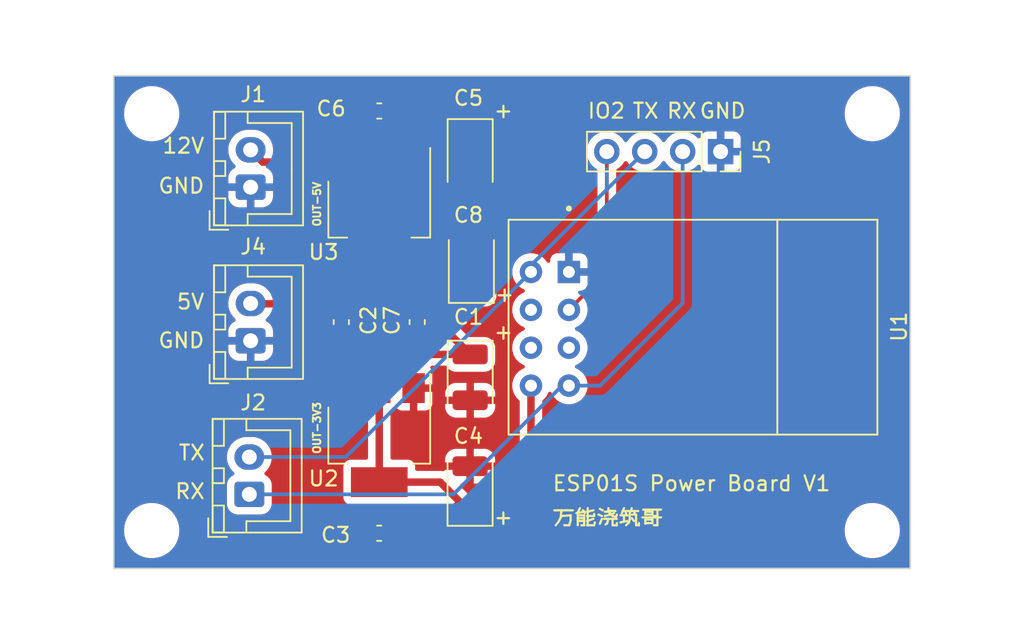
<source format=kicad_pcb>
(kicad_pcb (version 20240108) (generator "pcbnew") (generator_version "8.0")
  (layers (0 "F.Cu" signal) (31 "B.Cu" signal) (34 "B.Paste" user) (35 "F.Paste" user) (36 "B.SilkS" user "B.Silkscreen") (37 "F.SilkS" user "F.Silkscreen") (38 "B.Mask" user) (39 "F.Mask" user) (44 "Edge.Cuts" user))
  (net 0 "")
  (net 1 "GND")
  (net 2 "TX")
  (net 3 "GPIO2")
  (net 5 "RX")
  (net 8 "+12V")
  (net 9 "+3V3")
  (net 10 "+5V")
  (footprint "Package_TO_SOT_SMD:SOT-223-3_TabPin2" (layer "F.Cu") (at 66.04 72.344935 -90)
    (property "Reference" "U2" (at 2.913508 3.728736 180) (layer "F.SilkS"))
    (property "Value" "AMS1117-3.3")
    (fp_line (start -1.85 3.41) (end 1.91 3.41) (stroke (width 0.12)) (layer "F.SilkS"))
    (fp_line (start 1.91 3.41) (end 1.91 2.15) (stroke (width 0.12)) (layer "F.SilkS"))
    (fp_line (start -4.1 -3.41) (end 1.91 -3.41) (stroke (width 0.12)) (layer "F.SilkS"))
    (fp_line (start 1.91 -3.41) (end 1.91 -2.15) (stroke (width 0.12)) (layer "F.SilkS"))
    (pad "1" smd rect (at -3.15 -2.3 270) (size 2 1.5) (layers "F.Cu" "F.Paste" "F.Mask") (net 1 "GND"))
    (pad "2" smd rect (at -3.15 0 270) (size 2 1.5) (layers "F.Cu" "F.Paste" "F.Mask") (net 9 "+3V3"))
    (pad "2" smd rect (at 3.15 0 270) (size 2 3.8) (layers "F.Cu" "F.Paste" "F.Mask") (net 9 "+3V3"))
    (pad "3" smd rect (at -3.15 2.3 270) (size 2 1.5) (layers "F.Cu" "F.Paste" "F.Mask") (net 10 "+5V"))
  )
  (footprint "Package_TO_SOT_SMD:SOT-223-3_TabPin2" (layer "F.Cu") (at 66.04 57.195063 -90)
    (property "Reference" "U3" (at 2.883481 3.728736 180) (layer "F.SilkS"))
    (property "Value" "AMS1117-5.0")
    (fp_line (start -1.85 3.41) (end 1.91 3.41) (stroke (width 0.12)) (layer "F.SilkS"))
    (fp_line (start 1.91 3.41) (end 1.91 2.15) (stroke (width 0.12)) (layer "F.SilkS"))
    (fp_line (start -4.1 -3.41) (end 1.91 -3.41) (stroke (width 0.12)) (layer "F.SilkS"))
    (fp_line (start 1.91 -3.41) (end 1.91 -2.15) (stroke (width 0.12)) (layer "F.SilkS"))
    (pad "1" smd rect (at -3.15 -2.3 270) (size 2 1.5) (layers "F.Cu" "F.Paste" "F.Mask") (net 1 "GND"))
    (pad "2" smd rect (at -3.15 0 270) (size 2 1.5) (layers "F.Cu" "F.Paste" "F.Mask") (net 10 "+5V"))
    (pad "2" smd rect (at 3.15 0 270) (size 2 3.8) (layers "F.Cu" "F.Paste" "F.Mask") (net 10 "+5V"))
    (pad "3" smd rect (at -3.15 2.3 270) (size 2 1.5) (layers "F.Cu" "F.Paste" "F.Mask") (net 8 "+12V"))
  )
  (footprint "MountingHole:MountingHole_3.2mm_M3" (layer "F.Cu") (at 99.06 50.8)
    (property "Reference" "H4" (hide yes))
    (property "Value" "MountingHole")
    (pad "" np_thru_hole circle (at 0 0) (size 3.2 3.2) (drill 3.2) (layers "*.Cu" "*.Mask"))
  )
  (footprint "Connector_PinSocket_2.54mm:PinSocket_1x04_P2.54mm_Vertical" (layer "F.Cu") (at 88.9 53.34 -90)
    (property "Reference" "J5" (at 0 -2.77 90) (layer "F.SilkS"))
    (property "Value" "Conn_01x04_Socket")
    (fp_line (start -1.33 8.95) (end 1.33 8.95) (stroke (width 0.12)) (layer "F.SilkS"))
    (fp_line (start -1.33 1.27) (end -1.33 8.95) (stroke (width 0.12)) (layer "F.SilkS"))
    (fp_line (start -1.33 1.27) (end 1.33 1.27) (stroke (width 0.12)) (layer "F.SilkS"))
    (fp_line (start 1.33 1.27) (end 1.33 8.95) (stroke (width 0.12)) (layer "F.SilkS"))
    (fp_line (start 0 -1.33) (end 1.33 -1.33) (stroke (width 0.12)) (layer "F.SilkS"))
    (fp_line (start 1.33 -1.33) (end 1.33 0) (stroke (width 0.12)) (layer "F.SilkS"))
    (pad "1" thru_hole rect (at 0 0 270) (size 1.7 1.7) (drill 1) (layers "*.Cu" "*.Mask") (net 1 "GND"))
    (pad "2" thru_hole oval (at 0 2.54 270) (size 1.7 1.7) (drill 1) (layers "*.Cu" "*.Mask") (net 5 "RX"))
    (pad "3" thru_hole oval (at 0 5.08 270) (size 1.7 1.7) (drill 1) (layers "*.Cu" "*.Mask") (net 2 "TX"))
    (pad "4" thru_hole oval (at 0 7.62 270) (size 1.7 1.7) (drill 1) (layers "*.Cu" "*.Mask") (net 3 "GPIO2"))
  )
  (footprint "ESP8266-01_ESP-01:XCVR_ESP8266-01_ESP-01" (layer "F.Cu") (at 87.05 65.2175 -90)
    (property "Reference" "U1" (at -0.134528 -13.80341 90) (layer "F.SilkS"))
    (property "Value" "ESP8266-01/ESP-01")
    (fp_line (start -7.31 12.35) (end -7.31 -5.65) (stroke (width 0.127)) (layer "F.SilkS"))
    (fp_line (start 7.09 12.35) (end -7.31 12.35) (stroke (width 0.127)) (layer "F.SilkS"))
    (fp_line (start -7.31 -5.65) (end -7.31 -12.35) (stroke (width 0.127)) (layer "F.SilkS"))
    (fp_line (start 7.09 -5.65) (end 7.09 12.35) (stroke (width 0.127)) (layer "F.SilkS"))
    (fp_line (start 7.09 -5.65) (end -7.31 -5.65) (stroke (width 0.127)) (layer "F.SilkS"))
    (fp_line (start -7.31 -12.35) (end 7.09 -12.35) (stroke (width 0.127)) (layer "F.SilkS"))
    (fp_line (start 7.09 -12.35) (end 7.09 -5.65) (stroke (width 0.127)) (layer "F.SilkS"))
    (fp_circle (center -8.06 8.31) (end -7.96 8.31) (stroke (width 0.2)) (fill none) (layer "F.SilkS"))
    (pad "1" thru_hole rect (at -3.81 8.31 270) (size 1.5 1.5) (drill 0.8) (layers "*.Cu" "*.Mask") (net 1 "GND"))
    (pad "2" thru_hole circle (at -1.27 8.31 270) (size 1.5 1.5) (drill 0.8) (layers "*.Cu" "*.Mask") (net 3 "GPIO2"))
    (pad "3" thru_hole circle (at 1.27 8.31 270) (size 1.5 1.5) (drill 0.8) (layers "*.Cu" "*.Mask"))
    (pad "4" thru_hole circle (at 3.81 8.31 270) (size 1.5 1.5) (drill 0.8) (layers "*.Cu" "*.Mask") (net 5 "RX"))
    (pad "5" thru_hole circle (at -3.81 10.85 270) (size 1.5 1.5) (drill 0.8) (layers "*.Cu" "*.Mask") (net 2 "TX"))
    (pad "6" thru_hole circle (at -1.27 10.85 270) (size 1.5 1.5) (drill 0.8) (layers "*.Cu" "*.Mask"))
    (pad "7" thru_hole circle (at 1.27 10.85 270) (size 1.5 1.5) (drill 0.8) (layers "*.Cu" "*.Mask"))
    (pad "8" thru_hole circle (at 3.81 10.85 270) (size 1.5 1.5) (drill 0.8) (layers "*.Cu" "*.Mask") (net 9 "+3V3"))
    (zone (net 0) (net_name "") (layer "F.Cu") (connect_pads (clearance 0)) (min_thickness 0.01)
      (keepout (tracks not_allowed) (vias not_allowed) (pads not_allowed) (copperpour not_allowed) (footprints allowed))
      (fill (thermal_gap 0.508) (thermal_bridge_width 0.508))
      (polygon (pts (xy 99.4 57.9075) (xy 99.4 72.3075) (xy 92.7 72.3075) (xy 92.7 57.9075)))
    )
  )
  (footprint "Capacitor_SMD:C_0603_1608Metric" (layer "F.Cu") (at 63.5 64.769999 90)
    (property "Reference" "C2" (at 0.107435 1.817193 90) (layer "F.SilkS"))
    (property "Value" "100nF")
    (fp_line (start -0.14058 -0.51) (end 0.14058 -0.51) (stroke (width 0.12)) (layer "F.SilkS"))
    (fp_line (start -0.14058 0.51) (end 0.14058 0.51) (stroke (width 0.12)) (layer "F.SilkS"))
    (pad "1" smd roundrect (at -0.775 0 90) (size 0.9 0.95) (layers "F.Cu" "F.Paste" "F.Mask") (net 10 "+5V"))
    (pad "2" smd roundrect (at 0.775 0 90) (size 0.9 0.95) (layers "F.Cu" "F.Paste" "F.Mask") (net 1 "GND"))
  )
  (footprint "Connector_JST:JST_XH_B2B-XH-A_1x02_P2.50mm_Vertical" (layer "F.Cu") (at 57.426115 66.02 90)
    (property "Reference" "J4" (at 6.297753 0.170319 180) (layer "F.SilkS"))
    (property "Value" "Conn_01x02")
    (fp_line (start -1.6 -2.75) (end -2.85 -2.75) (stroke (width 0.12)) (layer "F.SilkS"))
    (fp_line (start -2.85 -2.75) (end -2.85 -1.5) (stroke (width 0.12)) (layer "F.SilkS"))
    (fp_line (start 5.06 -2.46) (end -2.56 -2.46) (stroke (width 0.12)) (layer "F.SilkS"))
    (fp_line (start -2.56 -2.46) (end -2.56 3.51) (stroke (width 0.12)) (layer "F.SilkS"))
    (fp_line (start 5.05 -2.45) (end 3.25 -2.45) (stroke (width 0.12)) (layer "F.SilkS"))
    (fp_line (start 3.25 -2.45) (end 3.25 -1.7) (stroke (width 0.12)) (layer "F.SilkS"))
    (fp_line (start 1.75 -2.45) (end 0.75 -2.45) (stroke (width 0.12)) (layer "F.SilkS"))
    (fp_line (start 0.75 -2.45) (end 0.75 -1.7) (stroke (width 0.12)) (layer "F.SilkS"))
    (fp_line (start -0.75 -2.45) (end -2.55 -2.45) (stroke (width 0.12)) (layer "F.SilkS"))
    (fp_line (start -2.55 -2.45) (end -2.55 -1.7) (stroke (width 0.12)) (layer "F.SilkS"))
    (fp_line (start 5.05 -1.7) (end 5.05 -2.45) (stroke (width 0.12)) (layer "F.SilkS"))
    (fp_line (start 3.25 -1.7) (end 5.05 -1.7) (stroke (width 0.12)) (layer "F.SilkS"))
    (fp_line (start 1.75 -1.7) (end 1.75 -2.45) (stroke (width 0.12)) (layer "F.SilkS"))
    (fp_line (start 0.75 -1.7) (end 1.75 -1.7) (stroke (width 0.12)) (layer "F.SilkS"))
    (fp_line (start -0.75 -1.7) (end -0.75 -2.45) (stroke (width 0.12)) (layer "F.SilkS"))
    (fp_line (start -2.55 -1.7) (end -0.75 -1.7) (stroke (width 0.12)) (layer "F.SilkS"))
    (fp_line (start 5.05 -0.2) (end 4.3 -0.2) (stroke (width 0.12)) (layer "F.SilkS"))
    (fp_line (start 4.3 -0.2) (end 4.3 2.75) (stroke (width 0.12)) (layer "F.SilkS"))
    (fp_line (start -1.8 -0.2) (end -1.8 2.75) (stroke (width 0.12)) (layer "F.SilkS"))
    (fp_line (start -2.55 -0.2) (end -1.8 -0.2) (stroke (width 0.12)) (layer "F.SilkS"))
    (fp_line (start 4.3 2.75) (end 1.25 2.75) (stroke (width 0.12)) (layer "F.SilkS"))
    (fp_line (start -1.8 2.75) (end 1.25 2.75) (stroke (width 0.12)) (layer "F.SilkS"))
    (fp_line (start 5.06 3.51) (end 5.06 -2.46) (stroke (width 0.12)) (layer "F.SilkS"))
    (fp_line (start -2.56 3.51) (end 5.06 3.51) (stroke (width 0.12)) (layer "F.SilkS"))
    (pad "1" thru_hole roundrect (at 0 0 90) (size 1.7 2) (drill 1) (layers "*.Cu" "*.Mask") (roundrect_rratio 0.1470588235) (net 1 "GND"))
    (pad "2" thru_hole oval (at 2.5 0 90) (size 1.7 2) (drill 1) (layers "*.Cu" "*.Mask") (net 10 "+5V"))
  )
  (footprint "Capacitor_Tantalum_SMD:CP_EIA-3528-21_Kemet-B" (layer "F.Cu") (at 72.128525 68.4707 -90)
    (property "Reference" "C1" (at -4.042393 0.1177 180) (layer "F.SilkS"))
    (property "Value" "22uF")
    (fp_line (start -2.46 1.51) (end 1.75 1.51) (stroke (width 0.12)) (layer "F.SilkS"))
    (fp_line (start -2.46 -1.51) (end -2.46 1.51) (stroke (width 0.12)) (layer "F.SilkS"))
    (fp_line (start 1.75 -1.51) (end -2.46 -1.51) (stroke (width 0.12)) (layer "F.SilkS"))
    (pad "1" smd roundrect (at -1.5375 0 270) (size 1.325 2.35) (layers "F.Cu" "F.Paste" "F.Mask") (roundrect_rratio 0.1886792453) (net 10 "+5V"))
    (pad "2" smd roundrect (at 1.5375 0 270) (size 1.325 2.35) (layers "F.Cu" "F.Paste" "F.Mask") (roundrect_rratio 0.1886792453) (net 1 "GND"))
  )
  (footprint "Capacitor_Tantalum_SMD:CP_EIA-3528-21_Kemet-B" (layer "F.Cu") (at 72.1225 75.962101 90)
    (property "Reference" "C4" (at 3.552879 -0.111675 180) (layer "F.SilkS"))
    (property "Value" "22uF")
    (fp_line (start 1.75 -1.51) (end -2.46 -1.51) (stroke (width 0.12)) (layer "F.SilkS"))
    (fp_line (start -2.46 -1.51) (end -2.46 1.51) (stroke (width 0.12)) (layer "F.SilkS"))
    (fp_line (start -2.46 1.51) (end 1.75 1.51) (stroke (width 0.12)) (layer "F.SilkS"))
    (pad "1" smd roundrect (at -1.5375 0 90) (size 1.325 2.35) (layers "F.Cu" "F.Paste" "F.Mask") (roundrect_rratio 0.1886792453) (net 9 "+3V3"))
    (pad "2" smd roundrect (at 1.5375 0 90) (size 1.325 2.35) (layers "F.Cu" "F.Paste" "F.Mask") (roundrect_rratio 0.1886792453) (net 1 "GND"))
  )
  (footprint "Capacitor_Tantalum_SMD:CP_EIA-3528-21_Kemet-B" (layer "F.Cu") (at 72.2101 61.0243 90)
    (property "Reference" "C8" (at 3.429534 -0.199275 180) (layer "F.SilkS"))
    (property "Value" "22uF")
    (fp_line (start 1.75 -1.51) (end -2.46 -1.51) (stroke (width 0.12)) (layer "F.SilkS"))
    (fp_line (start -2.46 -1.51) (end -2.46 1.51) (stroke (width 0.12)) (layer "F.SilkS"))
    (fp_line (start -2.46 1.51) (end 1.75 1.51) (stroke (width 0.12)) (layer "F.SilkS"))
    (pad "1" smd roundrect (at -1.5375 0 90) (size 1.325 2.35) (layers "F.Cu" "F.Paste" "F.Mask") (roundrect_rratio 0.1886792453) (net 10 "+5V"))
    (pad "2" smd roundrect (at 1.5375 0 90) (size 1.325 2.35) (layers "F.Cu" "F.Paste" "F.Mask") (roundrect_rratio 0.1886792453) (net 1 "GND"))
  )
  (footprint "Capacitor_SMD:C_0603_1608Metric" (layer "F.Cu") (at 66.04 50.620127)
    (property "Reference" "C6" (at -3.22274 -0.157459 0) (layer "F.SilkS"))
    (property "Value" "100nF")
    (fp_line (start -0.14058 -0.51) (end 0.14058 -0.51) (stroke (width 0.12)) (layer "F.SilkS"))
    (fp_line (start -0.14058 0.51) (end 0.14058 0.51) (stroke (width 0.12)) (layer "F.SilkS"))
    (pad "1" smd roundrect (at -0.775 0) (size 0.9 0.95) (layers "F.Cu" "F.Paste" "F.Mask") (net 8 "+12V"))
    (pad "2" smd roundrect (at 0.775 0) (size 0.9 0.95) (layers "F.Cu" "F.Paste" "F.Mask") (net 1 "GND"))
  )
  (footprint "Capacitor_SMD:C_0603_1608Metric" (layer "F.Cu") (at 68.58 64.769999 -90)
    (property "Reference" "C7" (at -0.107435 1.696673 90) (layer "F.SilkS"))
    (property "Value" "100nF")
    (fp_line (start -0.14058 0.51) (end 0.14058 0.51) (stroke (width 0.12)) (layer "F.SilkS"))
    (fp_line (start -0.14058 -0.51) (end 0.14058 -0.51) (stroke (width 0.12)) (layer "F.SilkS"))
    (pad "1" smd roundrect (at -0.775 0 270) (size 0.9 0.95) (layers "F.Cu" "F.Paste" "F.Mask") (net 10 "+5V"))
    (pad "2" smd roundrect (at 0.775 0 270) (size 0.9 0.95) (layers "F.Cu" "F.Paste" "F.Mask") (net 1 "GND"))
  )
  (footprint "MountingHole:MountingHole_3.2mm_M3" (layer "F.Cu") (at 50.8 50.8)
    (property "Reference" "H1" (hide yes))
    (property "Value" "MountingHole")
    (pad "" np_thru_hole circle (at 0 0) (size 3.2 3.2) (drill 3.2) (layers "*.Cu" "*.Mask"))
  )
  (footprint "Connector_JST:JST_XH_B2B-XH-A_1x02_P2.50mm_Vertical" (layer "F.Cu") (at 57.336793 76.313836 90)
    (property "Reference" "J2" (at 6.149136 0.259641 180) (layer "F.SilkS"))
    (property "Value" "Conn_01x02")
    (fp_line (start -1.6 -2.75) (end -2.85 -2.75) (stroke (width 0.12)) (layer "F.SilkS"))
    (fp_line (start -2.85 -2.75) (end -2.85 -1.5) (stroke (width 0.12)) (layer "F.SilkS"))
    (fp_line (start 5.06 -2.46) (end -2.56 -2.46) (stroke (width 0.12)) (layer "F.SilkS"))
    (fp_line (start -2.56 -2.46) (end -2.56 3.51) (stroke (width 0.12)) (layer "F.SilkS"))
    (fp_line (start 5.05 -2.45) (end 3.25 -2.45) (stroke (width 0.12)) (layer "F.SilkS"))
    (fp_line (start 3.25 -2.45) (end 3.25 -1.7) (stroke (width 0.12)) (layer "F.SilkS"))
    (fp_line (start 1.75 -2.45) (end 0.75 -2.45) (stroke (width 0.12)) (layer "F.SilkS"))
    (fp_line (start 0.75 -2.45) (end 0.75 -1.7) (stroke (width 0.12)) (layer "F.SilkS"))
    (fp_line (start -0.75 -2.45) (end -2.55 -2.45) (stroke (width 0.12)) (layer "F.SilkS"))
    (fp_line (start -2.55 -2.45) (end -2.55 -1.7) (stroke (width 0.12)) (layer "F.SilkS"))
    (fp_line (start 5.05 -1.7) (end 5.05 -2.45) (stroke (width 0.12)) (layer "F.SilkS"))
    (fp_line (start 3.25 -1.7) (end 5.05 -1.7) (stroke (width 0.12)) (layer "F.SilkS"))
    (fp_line (start 1.75 -1.7) (end 1.75 -2.45) (stroke (width 0.12)) (layer "F.SilkS"))
    (fp_line (start 0.75 -1.7) (end 1.75 -1.7) (stroke (width 0.12)) (layer "F.SilkS"))
    (fp_line (start -0.75 -1.7) (end -0.75 -2.45) (stroke (width 0.12)) (layer "F.SilkS"))
    (fp_line (start -2.55 -1.7) (end -0.75 -1.7) (stroke (width 0.12)) (layer "F.SilkS"))
    (fp_line (start 5.05 -0.2) (end 4.3 -0.2) (stroke (width 0.12)) (layer "F.SilkS"))
    (fp_line (start 4.3 -0.2) (end 4.3 2.75) (stroke (width 0.12)) (layer "F.SilkS"))
    (fp_line (start -1.8 -0.2) (end -1.8 2.75) (stroke (width 0.12)) (layer "F.SilkS"))
    (fp_line (start -2.55 -0.2) (end -1.8 -0.2) (stroke (width 0.12)) (layer "F.SilkS"))
    (fp_line (start 4.3 2.75) (end 1.25 2.75) (stroke (width 0.12)) (layer "F.SilkS"))
    (fp_line (start -1.8 2.75) (end 1.25 2.75) (stroke (width 0.12)) (layer "F.SilkS"))
    (fp_line (start 5.06 3.51) (end 5.06 -2.46) (stroke (width 0.12)) (layer "F.SilkS"))
    (fp_line (start -2.56 3.51) (end 5.06 3.51) (stroke (width 0.12)) (layer "F.SilkS"))
    (pad "1" thru_hole roundrect (at 0 0 90) (size 1.7 2) (drill 1) (layers "*.Cu" "*.Mask") (roundrect_rratio 0.1470588235) (net 5 "RX"))
    (pad "2" thru_hole oval (at 2.5 0 90) (size 1.7 2) (drill 1) (layers "*.Cu" "*.Mask") (net 2 "TX"))
  )
  (footprint "MountingHole:MountingHole_3.2mm_M3" (layer "F.Cu") (at 50.8 78.74)
    (property "Reference" "H2" (hide yes))
    (property "Value" "MountingHole")
    (pad "" np_thru_hole circle (at 0 0) (size 3.2 3.2) (drill 3.2) (layers "*.Cu" "*.Mask"))
  )
  (footprint "MountingHole:MountingHole_3.2mm_M3" (layer "F.Cu") (at 99.06 78.74)
    (property "Reference" "H3" (hide yes))
    (property "Value" "MountingHole")
    (pad "" np_thru_hole circle (at 0 0) (size 3.2 3.2) (drill 3.2) (layers "*.Cu" "*.Mask"))
  )
  (footprint "Capacitor_SMD:C_0603_1608Metric" (layer "F.Cu") (at 66.035177 78.919873 180)
    (property "Reference" "C3" (at 2.914675 -0.119489 0) (layer "F.SilkS"))
    (property "Value" "100nF")
    (fp_line (start -0.14058 0.51) (end 0.14058 0.51) (stroke (width 0.12)) (layer "F.SilkS"))
    (fp_line (start -0.14058 -0.51) (end 0.14058 -0.51) (stroke (width 0.12)) (layer "F.SilkS"))
    (pad "1" smd roundrect (at -0.775 0 180) (size 0.9 0.95) (layers "F.Cu" "F.Paste" "F.Mask") (net 9 "+3V3"))
    (pad "2" smd roundrect (at 0.775 0 180) (size 0.9 0.95) (layers "F.Cu" "F.Paste" "F.Mask") (net 1 "GND"))
  )
  (footprint "Capacitor_Tantalum_SMD:CP_EIA-3528-21_Kemet-B" (layer "F.Cu") (at 72.128525 53.6229 -90)
    (property "Reference" "C5" (at -3.871082 0.1177 180) (layer "F.SilkS"))
    (property "Value" "22uF")
    (fp_line (start -2.46 1.51) (end 1.75 1.51) (stroke (width 0.12)) (layer "F.SilkS"))
    (fp_line (start -2.46 -1.51) (end -2.46 1.51) (stroke (width 0.12)) (layer "F.SilkS"))
    (fp_line (start 1.75 -1.51) (end -2.46 -1.51) (stroke (width 0.12)) (layer "F.SilkS"))
    (pad "1" smd roundrect (at -1.5375 0 270) (size 1.325 2.35) (layers "F.Cu" "F.Paste" "F.Mask") (roundrect_rratio 0.1886792453) (net 8 "+12V"))
    (pad "2" smd roundrect (at 1.5375 0 270) (size 1.325 2.35) (layers "F.Cu" "F.Paste" "F.Mask") (roundrect_rratio 0.1886792453) (net 1 "GND"))
  )
  (footprint "Connector_JST:JST_XH_B2B-XH-A_1x02_P2.50mm_Vertical" (layer "F.Cu") (at 57.426115 55.726164 90)
    (property "Reference" "J1" (at 6.219267 0.170319 180) (layer "F.SilkS"))
    (property "Value" "Conn_01x02")
    (fp_line (start -1.6 -2.75) (end -2.85 -2.75) (stroke (width 0.12)) (layer "F.SilkS"))
    (fp_line (start -2.85 -2.75) (end -2.85 -1.5) (stroke (width 0.12)) (layer "F.SilkS"))
    (fp_line (start 5.06 -2.46) (end -2.56 -2.46) (stroke (width 0.12)) (layer "F.SilkS"))
    (fp_line (start -2.56 -2.46) (end -2.56 3.51) (stroke (width 0.12)) (layer "F.SilkS"))
    (fp_line (start 5.05 -2.45) (end 3.25 -2.45) (stroke (width 0.12)) (layer "F.SilkS"))
    (fp_line (start 3.25 -2.45) (end 3.25 -1.7) (stroke (width 0.12)) (layer "F.SilkS"))
    (fp_line (start 1.75 -2.45) (end 0.75 -2.45) (stroke (width 0.12)) (layer "F.SilkS"))
    (fp_line (start 0.75 -2.45) (end 0.75 -1.7) (stroke (width 0.12)) (layer "F.SilkS"))
    (fp_line (start -0.75 -2.45) (end -2.55 -2.45) (stroke (width 0.12)) (layer "F.SilkS"))
    (fp_line (start -2.55 -2.45) (end -2.55 -1.7) (stroke (width 0.12)) (layer "F.SilkS"))
    (fp_line (start 5.05 -1.7) (end 5.05 -2.45) (stroke (width 0.12)) (layer "F.SilkS"))
    (fp_line (start 3.25 -1.7) (end 5.05 -1.7) (stroke (width 0.12)) (layer "F.SilkS"))
    (fp_line (start 1.75 -1.7) (end 1.75 -2.45) (stroke (width 0.12)) (layer "F.SilkS"))
    (fp_line (start 0.75 -1.7) (end 1.75 -1.7) (stroke (width 0.12)) (layer "F.SilkS"))
    (fp_line (start -0.75 -1.7) (end -0.75 -2.45) (stroke (width 0.12)) (layer "F.SilkS"))
    (fp_line (start -2.55 -1.7) (end -0.75 -1.7) (stroke (width 0.12)) (layer "F.SilkS"))
    (fp_line (start 5.05 -0.2) (end 4.3 -0.2) (stroke (width 0.12)) (layer "F.SilkS"))
    (fp_line (start 4.3 -0.2) (end 4.3 2.75) (stroke (width 0.12)) (layer "F.SilkS"))
    (fp_line (start -1.8 -0.2) (end -1.8 2.75) (stroke (width 0.12)) (layer "F.SilkS"))
    (fp_line (start -2.55 -0.2) (end -1.8 -0.2) (stroke (width 0.12)) (layer "F.SilkS"))
    (fp_line (start 4.3 2.75) (end 1.25 2.75) (stroke (width 0.12)) (layer "F.SilkS"))
    (fp_line (start -1.8 2.75) (end 1.25 2.75) (stroke (width 0.12)) (layer "F.SilkS"))
    (fp_line (start 5.06 3.51) (end 5.06 -2.46) (stroke (width 0.12)) (layer "F.SilkS"))
    (fp_line (start -2.56 3.51) (end 5.06 3.51) (stroke (width 0.12)) (layer "F.SilkS"))
    (pad "1" thru_hole roundrect (at 0 0 90) (size 1.7 2) (drill 1) (layers "*.Cu" "*.Mask") (roundrect_rratio 0.1470588235) (net 1 "GND"))
    (pad "2" thru_hole oval (at 2.5 0 90) (size 1.7 2) (drill 1) (layers "*.Cu" "*.Mask") (net 8 "+12V"))
  )
  (gr_rect (start 48.26 48.26) (end 101.6 81.28) (stroke (width 0.1)) (fill none) (layer "Edge.Cuts"))
  (gr_text "OUT-3V3" (at 62.161569 73.66 90) (layer "F.SilkS") (effects (font (size 0.5 0.5) (thickness 0.125)) (justify left bottom)))
  (gr_text "RX" (at 52.28694 76.698436 0) (layer "F.SilkS") (effects (font (size 1 1)) (justify left bottom)))
  (gr_text "RX" (at 85.224252 51.194846 0) (layer "F.SilkS") (effects (font (size 1 1)) (justify left bottom)))
  (gr_text "GND" (at 87.416904 51.194846 0) (layer "F.SilkS") (effects (font (size 1 1)) (justify left bottom)))
  (gr_text "TX" (at 52.525035 74.108103 0) (layer "F.SilkS") (effects (font (size 1 1)) (justify left bottom)))
  (gr_text "+" (at 73.7201 63.4843 0) (layer "F.SilkS") (effects (font (size 1 1)) (justify left bottom)))
  (gr_text "5V" (at 52.39965 63.99127 0) (layer "F.SilkS") (effects (font (size 1 1)) (justify left bottom)))
  (gr_text "GND" (at 51.161555 66.581603 0) (layer "F.SilkS") (effects (font (size 1 1)) (justify left bottom)))
  (gr_text "+" (at 73.638525 51.1629 0) (layer "F.SilkS") (effects (font (size 1 1)) (justify left bottom)))
  (gr_text "12V" (at 51.447269 53.540615 0) (layer "F.SilkS") (effects (font (size 1 1)) (justify left bottom)))
  (gr_text "TX" (at 82.919157 51.194846 0) (layer "F.SilkS") (effects (font (size 1 1)) (justify left bottom)))
  (gr_text "OUT-5V" (at 62.16367 58.42 90) (layer "F.SilkS") (effects (font (size 0.5 0.5) (thickness 0.125)) (justify left bottom)))
  (gr_text "IO2" (at 79.913438 51.194846 0) (layer "F.SilkS") (effects (font (size 1 1)) (justify left bottom)))
  (gr_text "+" (at 73.6325 78.422101 0) (layer "F.SilkS") (effects (font (size 1 1)) (justify left bottom)))
  (gr_text "万能浇筑哥" (at 77.569929 78.514397 0) (layer "F.SilkS") (effects (font (size 1 1)) (justify left bottom)))
  (gr_text "GND" (at 51.161555 56.22027 0) (layer "F.SilkS") (effects (font (size 1 1)) (justify left bottom)))
  (gr_text "ESP01S Power Board V1" (at 77.569929 76.167792 0) (layer "F.SilkS") (effects (font (size 1 1)) (justify left bottom)))
  (gr_text "+" (at 73.638525 66.0107 0) (layer "F.SilkS") (effects (font (size 1 1)) (justify left bottom)))
  (segment (start 57.341748 73.66) (end 57.336793 73.655045) (width 0.25) (layer "F.Cu") (net 2))
  (segment (start 63.793664 73.813836) (end 57.336793 73.813836) (width 0.25) (layer "B.Cu") (net 2))
  (segment (start 81.28 55.88) (end 76.2 60.96) (width 0.25) (layer "B.Cu") (net 2))
  (segment (start 81.28 55.88) (end 81.28 54.515) (width 0.25) (layer "B.Cu") (net 2))
  (segment (start 76.2 60.96) (end 76.2 61.4075) (width 0.25) (layer "B.Cu") (net 2))
  (segment (start 76.2 61.4075) (end 63.793664 73.813836) (width 0.25) (layer "B.Cu") (net 2))
  (segment (start 83.82 53.34) (end 81.28 55.88) (width 0.25) (layer "B.Cu") (net 2))
  (segment (start 81.28 53.34) (end 81.28 61.4075) (width 0.25) (layer "F.Cu") (net 3))
  (segment (start 81.28 61.4075) (end 78.74 63.9475) (width 0.25) (layer "F.Cu") (net 3))
  (segment (start 57.341748 76.16) (end 57.336793 76.155045) (width 0.25) (layer "F.Cu") (net 5))
  (segment (start 78.74 69.0275) (end 80.8325 69.0275) (width 0.25) (layer "B.Cu") (net 5))
  (segment (start 78.74 68.58) (end 71.006164 76.313836) (width 0.25) (layer "B.Cu") (net 5))
  (segment (start 71.006164 76.313836) (end 57.336793 76.313836) (width 0.25) (layer "B.Cu") (net 5))
  (segment (start 80.8325 69.0275) (end 86.36 63.5) (width 0.25) (layer "B.Cu") (net 5))
  (segment (start 86.36 63.5) (end 86.36 53.34) (width 0.25) (layer "B.Cu") (net 5))
  (segment (start 78.74 69.0275) (end 78.74 68.58) (width 0.25) (layer "B.Cu") (net 5))
  (segment (start 65.265 50.620127) (end 63.74 52.145127) (width 0.5) (layer "F.Cu") (net 8))
  (segment (start 72.128525 52.0854) (end 70.843125 50.8) (width 0.5) (layer "F.Cu") (net 8))
  (segment (start 66.19 51.545127) (end 65.265 50.620127) (width 0.5) (layer "F.Cu") (net 8))
  (segment (start 68.58 50.8) (end 67.834873 51.545127) (width 0.5) (layer "F.Cu") (net 8))
  (segment (start 67.834873 51.545127) (end 66.19 51.545127) (width 0.5) (layer "F.Cu") (net 8))
  (segment (start 63.74 52.145127) (end 63.74 54.045063) (width 0.5) (layer "F.Cu") (net 8))
  (segment (start 57.619618 53.067373) (end 57.426115 53.067373) (width 1) (layer "F.Cu") (net 8))
  (segment (start 58.245014 54.045063) (end 57.426115 53.226164) (width 0.5) (layer "F.Cu") (net 8))
  (segment (start 70.843125 50.8) (end 68.58 50.8) (width 0.5) (layer "F.Cu") (net 8))
  (segment (start 63.74 54.045063) (end 58.245014 54.045063) (width 0.5) (layer "F.Cu") (net 8))
  (segment (start 66.04 75.494935) (end 70.117834 75.494935) (width 0.5) (layer "F.Cu") (net 9))
  (segment (start 74.96312 79.97688) (end 76.2 78.74) (width 0.5) (layer "F.Cu") (net 9))
  (segment (start 72.1225 77.499601) (end 67.280399 77.499601) (width 0.5) (layer "F.Cu") (net 9))
  (segment (start 66.810177 77.969823) (end 66.810177 78.919873) (width 0.5) (layer "F.Cu") (net 9))
  (segment (start 66.810177 78.919873) (end 67.867184 79.97688) (width 0.5) (layer "F.Cu") (net 9))
  (segment (start 66.04 69.194935) (end 66.04 75.494935) (width 0.5) (layer "F.Cu") (net 9))
  (segment (start 76.2 78.74) (end 76.2 69.0275) (width 0.5) (layer "F.Cu") (net 9))
  (segment (start 67.867184 79.97688) (end 74.96312 79.97688) (width 0.5) (layer "F.Cu") (net 9))
  (segment (start 70.117834 75.494935) (end 72.1225 77.499601) (width 0.5) (layer "F.Cu") (net 9))
  (segment (start 67.280399 77.499601) (end 66.810177 77.969823) (width 0.5) (layer "F.Cu") (net 9))
  (segment (start 68.58 63.994999) (end 69.190324 63.994999) (width 0.5) (layer "F.Cu") (net 10))
  (segment (start 64.888201 66.9332) (end 72.128525 66.9332) (width 0.5) (layer "F.Cu") (net 10))
  (segment (start 66.04 54.045063) (end 66.04 60.345063) (width 0.5) (layer "F.Cu") (net 10))
  (segment (start 70.013199 62.5618) (end 68.58 63.994999) (width 0.5) (layer "F.Cu") (net 10))
  (segment (start 64.888201 66.9332) (end 63.74 68.081401) (width 0.5) (layer "F.Cu") (net 10))
  (segment (start 57.426115 63.427695) (end 57.53842 63.54) (width 0.75) (layer "F.Cu") (net 10))
  (segment (start 63.5 65.544999) (end 64.888201 66.9332) (width 0.5) (layer "F.Cu") (net 10))
  (segment (start 61.495001 63.54) (end 63.5 65.544999) (width 0.5) (layer "F.Cu") (net 10))
  (segment (start 57.53842 63.54) (end 61.495001 63.54) (width 0.5) (layer "F.Cu") (net 10))
  (segment (start 57.51842 63.52) (end 57.53842 63.54) (width 0.5) (layer "F.Cu") (net 10))
  (segment (start 66.04 60.345063) (end 69.993363 60.345063) (width 0.5) (layer "F.Cu") (net 10))
  (segment (start 72.2101 62.5618) (end 70.013199 62.5618) (width 0.5) (layer "F.Cu") (net 10))
  (segment (start 69.993363 60.345063) (end 72.2101 62.5618) (width 0.5) (layer "F.Cu") (net 10))
  (segment (start 69.190324 63.994999) (end 72.128525 66.9332) (width 0.5) (layer "F.Cu") (net 10))
  (segment (start 57.426115 63.52) (end 57.51842 63.52) (width 0.5) (layer "F.Cu") (net 10))
  (segment (start 63.74 68.081401) (end 63.74 69.194935) (width 0.5) (layer "F.Cu") (net 10))
  (zone (net 1) (net_name "GND") (layers "F&B.Cu") (connect_pads (clearance 0.5)) (min_thickness 0.25) (fill yes (thermal_gap 0.5) (thermal_bridge_width 0.5))
    (polygon (pts (xy 40.64 43.18) (xy 106.68 43.18) (xy 109.22 86.36) (xy 40.64 86.36)))
  )
)
</source>
